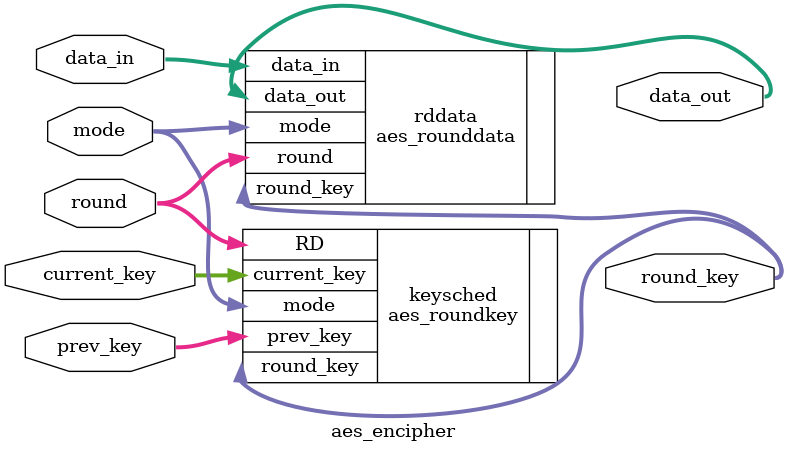
<source format=sv>
/*
* Contact : swann.l.ryan@gmail.com
* Purpose : This module contains a complete encipher core for an AES unit.
*/



module aes_encipher(input logic [3:0] round,
		     input logic [1:0] mode, //00 for 128 01 for 192 and 10 for 256
		     input logic [127:0] prev_key,
		     input logic [127:0] current_key,
		     input logic [127:0] data_in,
		     output logic [127:0] data_out,
		     output logic [127:0] round_key);
		     
		     
			logic [127:0] round_key_sched;

		     //Key scheduler logic. One per core.
		     aes_roundkey keysched(.RD(round),
		     			   .mode(mode),
		     			   .prev_key(prev_key),
		     			   .current_key(current_key),
		     			   .round_key(round_key));


			//Check round 1
			//assign roundOne = ~round[3] & ~round[2] & ~round[1] & round[0];
			//assign round_key = (mode[1] & roundOne) ? current_key : round_key_sched;


		     //AES datapath
		     aes_rounddata rddata(.round(round),
		     			  .mode(mode),
		     			  .round_key(round_key),
		     			  .data_in(data_in),
		     			  .data_out(data_out));
endmodule

</source>
